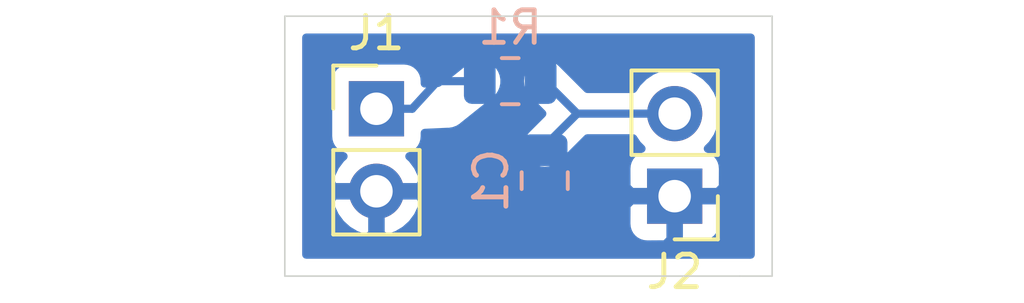
<source format=kicad_pcb>
(kicad_pcb (version 20211014) (generator pcbnew)
  (layers (0 "F.Cu" signal) (31 "B.Cu" signal) (34 "B.Paste" user) (35 "F.Paste" user) (36 "B.SilkS" user "B.Silkscreen") (37 "F.SilkS" user "F.Silkscreen") (38 "B.Mask" user) (39 "F.Mask" user) (44 "Edge.Cuts" user))
  (net 0 "")
  (net 1 "GND")
  (net 2 "Net-(C1-Pad1)")
  (net 3 "Net-(J1-Pad1)")
  (footprint "Connector_PinHeader_2.54mm:PinHeader_1x02_P2.54mm_Vertical" (layer "F.Cu") (at 167 77.54 180)
    (fp_text reference "J2" (at 0 -2.33) (layer "F.SilkS"))
    (fp_text value "Conn_01x02_Male")
    (fp_line (start -1.33 1.27) (end 1.33 1.27) (layer "F.SilkS") (width 0.12))
    (fp_line (start -1.33 -1.33) (end 0 -1.33) (layer "F.SilkS") (width 0.12))
    (fp_line (start 1.33 1.27) (end 1.33 3.87) (layer "F.SilkS") (width 0.12))
    (fp_line (start -1.33 1.27) (end -1.33 3.87) (layer "F.SilkS") (width 0.12))
    (fp_line (start -1.33 0) (end -1.33 -1.33) (layer "F.SilkS") (width 0.12))
    (fp_line (start -1.33 3.87) (end 1.33 3.87) (layer "F.SilkS") (width 0.12))
    (pad "1" thru_hole rect locked (at 0 0 180) (size 1.7 1.7) (drill 1) (layers *.Cu *.Mask) (net 1 "GND"))
    (pad "2" thru_hole oval locked (at 0 2.54 180) (size 1.7 1.7) (drill 1) (layers *.Cu *.Mask) (net 2 "Net-(C1-Pad1)"))
  )
  (footprint "Connector_PinHeader_2.54mm:PinHeader_1x02_P2.54mm_Vertical" (layer "F.Cu") (at 157.82 74.85)
    (fp_text reference "J1" (at 0 -2.33) (layer "F.SilkS"))
    (fp_text value "Conn_01x02_Male")
    (fp_line (start -1.33 1.27) (end 1.33 1.27) (layer "F.SilkS") (width 0.12))
    (fp_line (start -1.33 0) (end -1.33 -1.33) (layer "F.SilkS") (width 0.12))
    (fp_line (start -1.33 3.87) (end 1.33 3.87) (layer "F.SilkS") (width 0.12))
    (fp_line (start -1.33 -1.33) (end 0 -1.33) (layer "F.SilkS") (width 0.12))
    (fp_line (start 1.33 1.27) (end 1.33 3.87) (layer "F.SilkS") (width 0.12))
    (fp_line (start -1.33 1.27) (end -1.33 3.87) (layer "F.SilkS") (width 0.12))
    (pad "1" thru_hole rect locked (at 0 0) (size 1.7 1.7) (drill 1) (layers *.Cu *.Mask) (net 3 "Net-(J1-Pad1)"))
    (pad "2" thru_hole oval locked (at 0 2.54) (size 1.7 1.7) (drill 1) (layers *.Cu *.Mask) (net 1 "GND"))
  )
  (footprint "Capacitor_SMD:C_0805_2012Metric" (layer "B.Cu") (at 163 77.0625 -90)
    (fp_text reference "C1" (at 0 1.65 -90) (layer "B.SilkS") (effects (justify mirror)))
    (fp_text value "C")
    (fp_line (start -0.258578 -0.71) (end 0.258578 -0.71) (layer "B.SilkS") (width 0.12))
    (fp_line (start -0.258578 0.71) (end 0.258578 0.71) (layer "B.SilkS") (width 0.12))
    (pad "1" smd roundrect locked (at -0.9375 0 270) (size 0.975 1.4) (layers "B.Cu" "B.Paste" "B.Mask") (net 2 "Net-(C1-Pad1)"))
    (pad "2" smd roundrect locked (at 0.9375 0 270) (size 0.975 1.4) (layers "B.Cu" "B.Paste" "B.Mask") (net 1 "GND"))
  )
  (footprint "Resistor_SMD:R_0805_2012Metric" (layer "B.Cu") (at 161.9375 74 180)
    (fp_text reference "R1" (at 0 1.65) (layer "B.SilkS") (effects (justify mirror)))
    (fp_text value "R")
    (fp_line (start -0.258578 -0.71) (end 0.258578 -0.71) (layer "B.SilkS") (width 0.12))
    (fp_line (start -0.258578 0.71) (end 0.258578 0.71) (layer "B.SilkS") (width 0.12))
    (pad "1" smd roundrect locked (at -0.9375 0 180) (size 0.975 1.4) (layers "B.Cu" "B.Paste" "B.Mask") (net 2 "Net-(C1-Pad1)"))
    (pad "2" smd roundrect locked (at 0.9375 0 180) (size 0.975 1.4) (layers "B.Cu" "B.Paste" "B.Mask") (net 3 "Net-(J1-Pad1)"))
  )
  (gr_line (start 170 80) (end 169 80) (layer "Edge.Cuts") (width 0.05))
  (gr_line (start 155 80) (end 155 72) (layer "Edge.Cuts") (width 0.05))
  (gr_line (start 169 80) (end 155 80) (layer "Edge.Cuts") (width 0.05))
  (gr_line (start 170 72) (end 170 80) (layer "Edge.Cuts") (width 0.05))
  (gr_line (start 155 72) (end 170 72) (layer "Edge.Cuts") (width 0.05))
  (segment (start 167 77.54) (end 163.46 77.54) (width 0.25) (layer "B.Cu") (net 1))
  (segment (start 162.39 77.39) (end 163 78) (width 0.25) (layer "B.Cu") (net 1))
  (segment (start 163.46 77.54) (end 163 78) (width 0.25) (layer "B.Cu") (net 1))
  (segment (start 157.82 77.39) (end 162.39 77.39) (width 0.25) (layer "B.Cu") (net 1))
  (segment (start 167 75) (end 164 75) (width 0.25) (layer "B.Cu") (net 2))
  (segment (start 164 75) (end 163 76) (width 0.25) (layer "B.Cu") (net 2))
  (segment (start 164 75) (end 163 74) (width 0.25) (layer "B.Cu") (net 2))
  (segment (start 158.92 74.85) (end 159.7 74) (width 0.25) (layer "B.Cu") (net 3))
  (segment (start 157.82 74.85) (end 158.92 74.85) (width 0.25) (layer "B.Cu") (net 3))
  (segment (start 159.7 74) (end 161 74) (width 0.25) (layer "B.Cu") (net 3))
  (zone (net 1) (net_name "GND") (layer "B.Cu") (connect_pads (clearance 0.508)) (min_thickness 0.254) (fill yes (thermal_gap 0.508) (thermal_bridge_width 0.508))
    (polygon (pts (xy 170 80) (xy 155 80) (xy 155 72) (xy 170 72)))
  )
)
</source>
